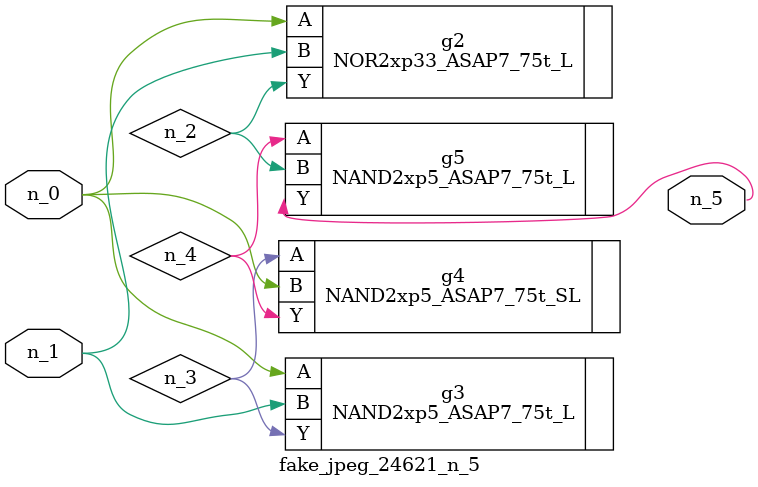
<source format=v>
module fake_jpeg_24621_n_5 (n_0, n_1, n_5);

input n_0;
input n_1;

output n_5;

wire n_2;
wire n_3;
wire n_4;

NOR2xp33_ASAP7_75t_L g2 ( 
.A(n_0),
.B(n_1),
.Y(n_2)
);

NAND2xp5_ASAP7_75t_L g3 ( 
.A(n_0),
.B(n_1),
.Y(n_3)
);

NAND2xp5_ASAP7_75t_SL g4 ( 
.A(n_3),
.B(n_0),
.Y(n_4)
);

NAND2xp5_ASAP7_75t_L g5 ( 
.A(n_4),
.B(n_2),
.Y(n_5)
);


endmodule
</source>
